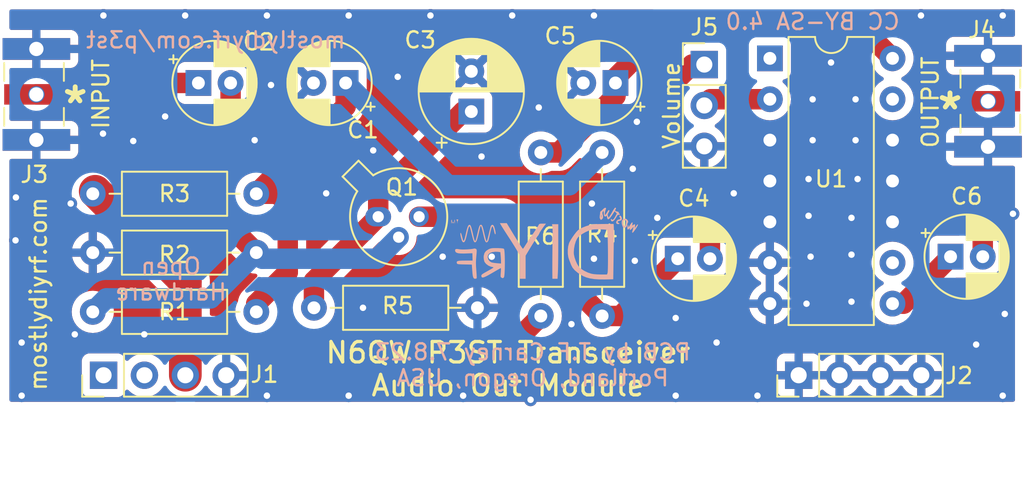
<source format=kicad_pcb>
(kicad_pcb (version 20211014) (generator pcbnew)
  (layers (0 "F.Cu" signal) (31 "B.Cu" signal) (34 "B.Paste" user) (35 "F.Paste" user) (36 "B.SilkS" user "B.Silkscreen") (37 "F.SilkS" user "F.Silkscreen") (38 "B.Mask" user) (39 "F.Mask" user) (44 "Edge.Cuts" user))
  (net 0 "")
  (net 1 "Net-(C1-Pad1)")
  (net 2 "Net-(C2-Pad1)")
  (net 3 "GND")
  (net 4 "Net-(C2-Pad2)")
  (net 5 "Net-(C3-Pad1)")
  (net 6 "12V_RX")
  (net 7 "Net-(C4-Pad1)")
  (net 8 "Net-(C4-Pad2)")
  (net 9 "Net-(C5-Pad1)")
  (net 10 "Net-(C6-Pad1)")
  (net 11 "Net-(C6-Pad2)")
  (net 14 "Net-(J5-Pad2)")
  (footprint "K7TFC:SMA_EdgeMount_0.062_Samtec_wHoles" (layer "F.Cu") (at 173.4566 81.7824 90)
    (fp_text reference "J4" (at 4.4394 -0.381 180) (layer "F.SilkS"))
    (fp_text value "Conn_01x02" hide)
    (pad "1" smd rect (at 0 0.2 90) (size 1.27 3.6) (layers "F.Cu" "F.Paste" "F.Mask") (net 11 "Net-(C6-Pad2)"))
    (pad "1" thru_hole circle (at 0 0 90) (size 1.016 1.016) (drill 0.889) (layers *.Cu *.Mask) (net 11 "Net-(C6-Pad2)"))
    (pad "2" smd rect (at -2.825 0 90) (size 1.35 4.2) (layers "B.Cu" "B.Paste" "B.Mask") (net 3 "GND"))
    (pad "2" thru_hole circle (at -2.825 0 90) (size 1.016 1.016) (drill 0.889) (layers *.Cu *.Mask) (net 3 "GND"))
    (pad "2" smd rect (at 2.825 0 90) (size 1.35 4.2) (layers "B.Cu" "B.Paste" "B.Mask") (net 3 "GND"))
    (pad "2" thru_hole circle (at 2.825 0 90) (size 1.016 1.016) (drill 0.889) (layers *.Cu *.Mask) (net 3 "GND"))
    (pad "2" smd rect (at -2.825 0 90) (size 1.35 4.2) (layers "F.Cu" "F.Paste" "F.Mask") (net 3 "GND"))
    (pad "2" smd rect (at 2.825 0 90) (size 1.35 4.2) (layers "F.Cu" "F.Paste" "F.Mask") (net 3 "GND"))
  )
  (footprint "K7TFC_Passives:Resistor_Quarter_Watt_P10.16mm_Horizontal" (layer "F.Cu") (at 127.9906 94.869 180)
    (fp_text reference "R1" (at 5.08 0 180) (layer "F.SilkS"))
    (fp_text value "100K")
    (pad "1" thru_hole circle (at 0 0 180) (size 1.6 1.6) (drill 0.8) (layers *.Cu *.Mask) (net 1 "Net-(C1-Pad1)"))
    (pad "2" thru_hole oval (at 10.16 0 180) (size 1.6 1.6) (drill 0.8) (layers *.Cu *.Mask) (net 4 "Net-(C2-Pad2)"))
  )
  (footprint "Capacitor_THT:CP_Radial_D5.0mm_P2.00mm" (layer "F.Cu") (at 154.178 91.567)
    (fp_text reference "C4" (at 1 -3.75) (layer "F.SilkS"))
    (fp_text value "22uF")
    (pad "1" thru_hole rect (at 0 0) (size 1.6 1.6) (drill 0.8) (layers *.Cu *.Mask) (net 7 "Net-(C4-Pad1)"))
    (pad "2" thru_hole circle (at 2 0) (size 1.6 1.6) (drill 0.8) (layers *.Cu *.Mask) (net 8 "Net-(C4-Pad2)"))
  )
  (footprint "K7TFC:SMA_EdgeMount_0.062_Samtec_wHoles" (layer "F.Cu") (at 114.3254 81.3562 -90)
    (fp_text reference "J3" (at 4.9784 0.127 180) (layer "F.SilkS"))
    (fp_text value "Conn_01x02" hide)
    (pad "1" smd rect (at 0 0.2 270) (size 1.27 3.6) (layers "F.Cu" "F.Paste" "F.Mask") (net 2 "Net-(C2-Pad1)"))
    (pad "1" thru_hole circle (at 0 0 270) (size 1.016 1.016) (drill 0.889) (layers *.Cu *.Mask) (net 2 "Net-(C2-Pad1)"))
    (pad "2" thru_hole circle (at 2.825 0 270) (size 1.016 1.016) (drill 0.889) (layers *.Cu *.Mask) (net 3 "GND"))
    (pad "2" smd rect (at 2.825 0 270) (size 1.35 4.2) (layers "B.Cu" "B.Paste" "B.Mask") (net 3 "GND"))
    (pad "2" thru_hole circle (at -2.825 0 270) (size 1.016 1.016) (drill 0.889) (layers *.Cu *.Mask) (net 3 "GND"))
    (pad "2" smd rect (at 2.825 0 270) (size 1.35 4.2) (layers "F.Cu" "F.Paste" "F.Mask") (net 3 "GND"))
    (pad "2" smd rect (at -2.825 0 270) (size 1.35 4.2) (layers "B.Cu" "B.Paste" "B.Mask") (net 3 "GND"))
    (pad "2" smd rect (at -2.825 0 270) (size 1.35 4.2) (layers "F.Cu" "F.Paste" "F.Mask") (net 3 "GND"))
  )
  (footprint "K7TFC_Passives:Resistor_Quarter_Watt_P10.16mm_Horizontal" (layer "F.Cu") (at 149.479 84.963 -90)
    (fp_text reference "R4" (at 5.08 0) (layer "F.SilkS"))
    (fp_text value "2.2K")
    (pad "1" thru_hole circle (at 0 0 270) (size 1.6 1.6) (drill 0.8) (layers *.Cu *.Mask) (net 1 "Net-(C1-Pad1)"))
    (pad "2" thru_hole oval (at 10.16 0 270) (size 1.6 1.6) (drill 0.8) (layers *.Cu *.Mask) (net 7 "Net-(C4-Pad1)"))
  )
  (footprint "K7TFC_Passives:Resistor_Quarter_Watt_P10.16mm_Horizontal" (layer "F.Cu") (at 131.572 94.615)
    (fp_text reference "R5" (at 5.207 -0.127) (layer "F.SilkS"))
    (fp_text value "1K")
    (pad "1" thru_hole circle (at 0 0) (size 1.6 1.6) (drill 0.8) (layers *.Cu *.Mask) (net 5 "Net-(C3-Pad1)"))
    (pad "2" thru_hole oval (at 10.16 0) (size 1.6 1.6) (drill 0.8) (layers *.Cu *.Mask) (net 3 "GND"))
  )
  (footprint "Package_TO_SOT_THT:TO-18-3" (layer "F.Cu") (at 135.566724 88.957724)
    (fp_text reference "Q1" (at 1.466276 -1.835724 180) (layer "F.SilkS"))
    (fp_text value "2N2222A")
    (pad "1" thru_hole oval (at 0 0) (size 1.6 1.2) (drill 0.7) (layers *.Cu *.Mask) (net 5 "Net-(C3-Pad1)"))
    (pad "2" thru_hole oval (at 1.27 1.27) (size 1.2 1.2) (drill 0.7) (layers *.Cu *.Mask) (net 4 "Net-(C2-Pad2)"))
    (pad "3" thru_hole oval (at 2.54 0) (size 1.2 1.2) (drill 0.7) (layers *.Cu *.Mask) (net 7 "Net-(C4-Pad1)"))
  )
  (footprint "Capacitor_THT:CP_Radial_D5.0mm_P2.00mm" (layer "F.Cu") (at 124.393888 80.645)
    (fp_text reference "C2" (at 3.749112 -2.54) (layer "F.SilkS"))
    (fp_text value "10uF")
    (pad "1" thru_hole rect (at 0 0) (size 1.6 1.6) (drill 0.8) (layers *.Cu *.Mask) (net 2 "Net-(C2-Pad1)"))
    (pad "2" thru_hole circle (at 2 0) (size 1.6 1.6) (drill 0.8) (layers *.Cu *.Mask) (net 4 "Net-(C2-Pad2)"))
  )
  (footprint "Capacitor_THT:CP_Radial_D5.0mm_P2.00mm" (layer "F.Cu") (at 133.543112 80.645 180)
    (fp_text reference "C1" (at -1.076888 -2.921) (layer "F.SilkS"))
    (fp_text value "100uF")
    (pad "1" thru_hole rect (at 0 0 180) (size 1.6 1.6) (drill 0.8) (layers *.Cu *.Mask) (net 1 "Net-(C1-Pad1)"))
    (pad "2" thru_hole circle (at 2 0 180) (size 1.6 1.6) (drill 0.8) (layers *.Cu *.Mask) (net 3 "GND"))
  )
  (footprint "Capacitor_THT:CP_Radial_D5.0mm_P2.00mm" (layer "F.Cu") (at 171.129888 91.44)
    (fp_text reference "C6" (at 1 -3.75) (layer "F.SilkS"))
    (fp_text value "220uF")
    (pad "1" thru_hole rect (at 0 0) (size 1.6 1.6) (drill 0.8) (layers *.Cu *.Mask) (net 10 "Net-(C6-Pad1)"))
    (pad "2" thru_hole circle (at 2 0) (size 1.6 1.6) (drill 0.8) (layers *.Cu *.Mask) (net 11 "Net-(C6-Pad2)"))
  )
  (footprint "Connector_PinHeader_2.54mm:PinHeader_1x04_P2.54mm_Vertical" (layer "F.Cu") (at 118.501 98.806 90)
    (fp_text reference "J1" (at 0.0508 9.9976 180) (layer "F.SilkS"))
    (fp_text value "Conn_01x04_Male")
    (pad "1" thru_hole rect (at 0 0 90) (size 1.7 1.7) (drill 1) (layers *.Cu *.Mask))
    (pad "2" thru_hole oval (at 0 2.54 90) (size 1.7 1.7) (drill 1) (layers *.Cu *.Mask))
    (pad "3" thru_hole oval (at 0 5.08 90) (size 1.7 1.7) (drill 1) (layers *.Cu *.Mask) (net 6 "12V_RX"))
    (pad "4" thru_hole oval (at 0 7.62 90) (size 1.7 1.7) (drill 1) (layers *.Cu *.Mask) (net 3 "GND"))
  )
  (footprint "K7TFC_Passives:Resistor_Quarter_Watt_P10.16mm_Horizontal" (layer "F.Cu") (at 145.669 95.123 90)
    (fp_text reference "R6" (at 4.953 0 180) (layer "F.SilkS"))
    (fp_text value "2.2")
    (pad "1" thru_hole circle (at 0 0 90) (size 1.6 1.6) (drill 0.8) (layers *.Cu *.Mask) (net 6 "12V_RX"))
    (pad "2" thru_hole oval (at 10.16 0 90) (size 1.6 1.6) (drill 0.8) (layers *.Cu *.Mask) (net 9 "Net-(C5-Pad1)"))
  )
  (footprint "Connector_PinHeader_2.54mm:PinHeader_1x04_P2.54mm_Vertical" (layer "F.Cu") (at 161.691 98.806 90)
    (fp_text reference "J2" (at -0.0254 9.9622 180) (layer "F.SilkS"))
    (fp_text value "Conn_01x04_Male")
    (pad "1" thru_hole rect (at 0 0 90) (size 1.7 1.7) (drill 1) (layers *.Cu *.Mask) (net 3 "GND"))
    (pad "2" thru_hole oval (at 0 2.54 90) (size 1.7 1.7) (drill 1) (layers *.Cu *.Mask) (net 3 "GND"))
    (pad "3" thru_hole oval (at 0 5.08 90) (size 1.7 1.7) (drill 1) (layers *.Cu *.Mask) (net 3 "GND"))
    (pad "4" thru_hole oval (at 0 7.62 90) (size 1.7 1.7) (drill 1) (layers *.Cu *.Mask) (net 3 "GND"))
  )
  (footprint "K7TFC_Passives:Resistor_Quarter_Watt_P10.16mm_Horizontal" (layer "F.Cu") (at 127.9906 91.186 180)
    (fp_text reference "R2" (at 5.08 -0.127 180) (layer "F.SilkS"))
    (fp_text value "47K")
    (pad "1" thru_hole circle (at 0 0 180) (size 1.6 1.6) (drill 0.8) (layers *.Cu *.Mask) (net 4 "Net-(C2-Pad2)"))
    (pad "2" thru_hole oval (at 10.16 0 180) (size 1.6 1.6) (drill 0.8) (layers *.Cu *.Mask) (net 3 "GND"))
  )
  (footprint "Capacitor_THT:CP_Radial_D6.3mm_P2.50mm" (layer "F.Cu") (at 141.351 82.423 90)
    (fp_text reference "C3" (at 4.445 -3.175) (layer "F.SilkS"))
    (fp_text value "470uF")
    (pad "1" thru_hole rect (at 0 0 90) (size 1.6 1.6) (drill 0.8) (layers *.Cu *.Mask) (net 5 "Net-(C3-Pad1)"))
    (pad "2" thru_hole circle (at 2.5 0 90) (size 1.6 1.6) (drill 0.8) (layers *.Cu *.Mask) (net 3 "GND"))
  )
  (footprint "Connector_PinHeader_2.54mm:PinHeader_1x03_P2.54mm_Vertical" (layer "F.Cu") (at 155.829 79.502)
    (fp_text reference "J5" (at 0 -2.33) (layer "F.SilkS"))
    (fp_text value "Conn_01x03")
    (pad "1" thru_hole rect (at 0 0) (size 1.7 1.7) (drill 1) (layers *.Cu *.Mask) (net 8 "Net-(C4-Pad2)"))
    (pad "2" thru_hole oval (at 0 2.54) (size 1.7 1.7) (drill 1) (layers *.Cu *.Mask) (net 14 "Net-(J5-Pad2)"))
    (pad "3" thru_hole oval (at 0 5.08) (size 1.7 1.7) (drill 1) (layers *.Cu *.Mask) (net 3 "GND"))
  )
  (footprint "Package_DIP:DIP-14_W7.62mm" (layer "F.Cu") (at 159.903 79.116)
    (fp_text reference "U1" (at 3.8 7.498) (layer "F.SilkS"))
    (fp_text value "LM380N-14")
    (pad "1" thru_hole rect (at 0 0) (size 1.6 1.6) (drill 0.8) (layers *.Cu *.Mask))
    (pad "2" thru_hole oval (at 0 2.54) (size 1.6 1.6) (drill 0.8) (layers *.Cu *.Mask) (net 14 "Net-(J5-Pad2)"))
    (pad "3" thru_hole oval (at 0 5.08) (size 1.6 1.6) (drill 0.8) (layers *.Cu *.Mask) (net 3 "GND"))
    (pad "4" thru_hole oval (at 0 7.62) (size 1.6 1.6) (drill 0.8) (layers *.Cu *.Mask) (net 3 "GND"))
    (pad "5" thru_hole oval (at 0 10.16) (size 1.6 1.6) (drill 0.8) (layers *.Cu *.Mask) (net 3 "GND"))
    (pad "6" thru_hole oval (at 0 12.7) (size 1.6 1.6) (drill 0.8) (layers *.Cu *.Mask) (net 3 "GND"))
    (pad "7" thru_hole oval (at 0 15.24) (size 1.6 1.6) (drill 0.8) (layers *.Cu *.Mask) (net 3 "GND"))
    (pad "8" thru_hole oval (at 7.62 15.24) (size 1.6 1.6) (drill 0.8) (layers *.Cu *.Mask) (net 10 "Net-(C6-Pad1)"))
    (pad "9" thru_hole oval (at 7.62 12.7) (size 1.6 1.6) (drill 0.8) (layers *.Cu *.Mask))
    (pad "10" thru_hole oval (at 7.62 10.16) (size 1.6 1.6) (drill 0.8) (layers *.Cu *.Mask) (net 3 "GND"))
    (pad "11" thru_hole oval (at 7.62 7.62) (size 1.6 1.6) (drill 0.8) (layers *.Cu *.Mask) (net 3 "GND"))
    (pad "12" thru_hole oval (at 7.62 5.08) (size 1.6 1.6) (drill 0.8) (layers *.Cu *.Mask) (net 3 "GND"))
    (pad "13" thru_hole oval (at 7.62 2.54) (size 1.6 1.6) (drill 0.8) (layers *.Cu *.Mask))
    (pad "14" thru_hole oval (at 7.62 0) (size 1.6 1.6) (drill 0.8) (layers *.Cu *.Mask) (net 9 "Net-(C5-Pad1)"))
  )
  (footprint "Capacitor_THT:CP_Radial_D5.0mm_P2.00mm" (layer "F.Cu") (at 150.307113 80.645 180)
    (fp_text reference "C5" (at 3.429 2.921) (layer "F.SilkS"))
    (fp_text value "220uF")
    (pad "1" thru_hole rect (at 0 0 180) (size 1.6 1.6) (drill 0.8) (layers *.Cu *.Mask) (net 9 "Net-(C5-Pad1)"))
    (pad "2" thru_hole circle (at 2 0 180) (size 1.6 1.6) (drill 0.8) (layers *.Cu *.Mask) (net 3 "GND"))
  )
  (footprint "K7TFC_Passives:Resistor_Quarter_Watt_P10.16mm_Horizontal" (layer "F.Cu") (at 117.8306 87.5284)
    (fp_text reference "R3" (at 5.08 0 180) (layer "F.SilkS"))
    (fp_text value "100")
    (pad "1" thru_hole circle (at 0 0) (size 1.6 1.6) (drill 0.8) (layers *.Cu *.Mask) (net 6 "12V_RX"))
    (pad "2" thru_hole oval (at 10.16 0) (size 1.6 1.6) (drill 0.8) (layers *.Cu *.Mask) (net 1 "Net-(C1-Pad1)"))
  )
  (footprint "Graphics:diyrf_12mm" (layer "B.Cu") (at 145.923 90.551 180)
    (fp_text reference "G***" hide)
    (fp_text value "LOGO" hide)
  )
  (gr_text "mostlydiyrf.com/p3st" (at 125.476 77.978) (layer "B.SilkS") (effects (font (size 1 1)) (justify mirror)))
  (gr_text "Open\nHardware" (at 122.682 92.837) (layer "B.SilkS") (effects (font (size 1 1)) (justify mirror)))
  (gr_text "PCB by T.F Carney 7.8.23\nPortland, Oregon, USA" (at 145.161 98.171) (layer "B.SilkS") (effects (font (size 1 1)) (justify mirror)))
  (gr_text "CC BY-SA 4.0" (at 162.56 76.835) (layer "B.SilkS") (effects (font (size 1 1)) (justify mirror)))
  (gr_text "INPUT" (at 118.3386 81.3308 90) (layer "F.SilkS") (effects (font (size 1 1))))
  (gr_text "*" (at 171.0944 82.3722) (layer "F.SilkS") (effects (font (size 2.032 2.032) (thickness 0.3048))))
  (gr_text "OUTPUT\n" (at 169.8752 81.8388 90) (layer "F.SilkS") (effects (font (size 1 1))))
  (gr_text "Volume" (at 153.797 82.042 90) (layer "F.SilkS") (effects (font (size 1 1))))
  (gr_text "N6QW P3ST Transceiver\nAudio Out Module" (at 143.637 98.425) (layer "F.SilkS") (effects (font (size 1.27 1.27) (thickness 0.2032))))
  (gr_text "*" (at 116.7384 81.9912) (layer "F.SilkS") (effects (font (size 2.032 2.032) (thickness 0.3048))))
  (gr_text "mostlydiyrf.com" (at 114.4524 93.7514 90) (layer "F.SilkS") (effects (font (size 1.016 1.016) (thickness 0.1524))))
  (segment (start 133.543112 82.102888) (end 129.413 86.233) (width 1.27) (layer "F.Cu") (net 1))
  (segment (start 129.413 86.233) (end 129.286 86.233) (width 1.27) (layer "F.Cu") (net 1))
  (segment (start 129.9464 88.1634) (end 129.9464 92.4052) (width 1.27) (layer "F.Cu") (net 1))
  (segment (start 129.3114 87.5284) (end 129.9464 88.1634) (width 1.27) (layer "F.Cu") (net 1))
  (segment (start 127.9906 94.361) (end 127.9906 94.869) (width 1.27) (layer "F.Cu") (net 1))
  (segment (start 129.286 86.233) (end 127.9906 87.5284) (width 1.27) (layer "F.Cu") (net 1))
  (segment (start 129.9464 92.4052) (end 127.9906 94.361) (width 1.27) (layer "F.Cu") (net 1))
  (segment (start 127.9906 87.5284) (end 129.3114 87.5284) (width 1.27) (layer "F.Cu") (net 1))
  (segment (start 133.543112 80.645) (end 133.543112 82.102888) (width 1.27) (layer "F.Cu") (net 1))
  (segment (start 147.447 86.995) (end 149.479 84.963) (width 1.27) (layer "B.Cu") (net 1))
  (segment (start 133.543112 80.645) (end 139.893112 86.995) (width 1.27) (layer "B.Cu") (net 1))
  (segment (start 139.893112 86.995) (end 147.447 86.995) (width 1.27) (layer "B.Cu") (net 1))
  (segment (start 120.4976 81.3562) (end 114.3254 81.3562) (width 1.27) (layer "F.Cu") (net 2))
  (segment (start 121.2088 80.645) (end 120.4976 81.3562) (width 1.27) (layer "F.Cu") (net 2))
  (segment (start 124.393888 80.645) (end 121.2088 80.645) (width 1.27) (layer "F.Cu") (net 2))
  (via (at 162.306 88.9) (size 0.8) (drill 0.4) (layers "F.Cu" "B.Cu") (net 3))
  (via (at 174.371 100.076) (size 0.8) (drill 0.4) (layers "F.Cu" "B.Cu") (net 3))
  (via (at 113.411 100.076) (size 0.8) (drill 0.4) (layers "F.Cu" "B.Cu") (net 3))
  (via (at 140.843 100.076) (size 0.8) (drill 0.4) (layers "F.Cu" "B.Cu") (net 3))
  (via (at 165.227 81.661) (size 0.8) (drill 0.4) (layers "F.Cu" "B.Cu") (net 3))
  (via (at 132.334 87.503) (size 0.8) (drill 0.4) (layers "F.Cu" "B.Cu") (net 3))
  (via (at 174.371 76.454) (size 0.8) (drill 0.4) (layers "F.Cu" "B.Cu") (net 3))
  (via (at 113.411 96.774) (size 0.8) (drill 0.4) (layers "F.Cu" "B.Cu") (net 3))
  (via (at 164.973 89.027) (size 0.8) (drill 0.4) (layers "F.Cu" "B.Cu") (net 3))
  (via (at 165.227 84.201) (size 0.8) (drill 0.4) (layers "F.Cu" "B.Cu") (net 3))
  (via (at 118.4656 83.7946) (size 0.8) (drill 0.4) (layers "F.Cu" "B.Cu") (net 3))
  (via (at 141.986 85.217) (size 0.8) (drill 0.4) (layers "F.Cu" "B.Cu") (net 3))
  (via (at 148.971 76.454) (size 0.8) (drill 0.4) (layers "F.Cu" "B.Cu") (net 3))
  (via (at 142.621 91.44) (size 0.8) (drill 0.4) (layers "F.Cu" "B.Cu") (net 3))
  (via (at 163.703 79.375) (size 0.8) (drill 0.4) (layers "F.Cu" "B.Cu") (net 3))
  (via (at 133.731 100.076) (size 0.8) (drill 0.4) (layers "F.Cu" "B.Cu") (net 3))
  (via (at 169.291 76.454) (size 0.8) (drill 0.4) (layers "F.Cu" "B.Cu") (net 3))
  (via (at 121.031 96.266) (size 0.8) (drill 0.4) (layers "F.Cu" "B.Cu") (net 3))
  (via (at 162.179 94.361) (size 0.8) (drill 0.4) (layers "F.Cu" "B.Cu") (net 3))
  (via (at 145.034 100.33) (size 0.8) (drill 0.4) (layers "F.Cu" "B.Cu") (net 3))
  (via (at 143.891 76.454) (size 0.8) (drill 0.4) (layers "F.Cu" "B.Cu") (net 3))
  (via (at 165.354 86.614) (size 0.8) (drill 0.4) (layers "F.Cu" "B.Cu") (net 3))
  (via (at 147.574 95.631) (size 0.8) (drill 0.4) (layers "F.Cu" "B.Cu") (net 3))
  (via (at 116.713 96.266) (size 0.8) (drill 0.4) (layers "F.Cu" "B.Cu") (net 3))
  (via (at 139.573 91.44) (size 0.8) (drill 0.4) (layers "F.Cu" "B.Cu") (net 3))
  (via (at 138.811 76.454) (size 0.8) (drill 0.4) (layers "F.Cu" "B.Cu") (net 3))
  (via (at 174.498 94.996) (size 0.8) (drill 0.4) (layers "F.Cu" "B.Cu") (net 3))
  (via (at 133.731 76.454) (size 0.8) (drill 0.4) (layers "F.Cu" "B.Cu") (net 3))
  (via (at 162.56 81.661) (size 0.8) (drill 0.4) (layers "F.Cu" "B.Cu") (net 3))
  (via (at 120.3452 84.2518) (size 0.8) (drill 0.4) (layers "F.Cu" "B.Cu") (net 3))
  (via (at 164.973 94.234) (size 0.8) (drill 0.4) (layers "F.Cu" "B.Cu") (net 3))
  (via (at 151.511 91.694) (size 0.8) (drill 0.4) (layers "F.Cu" "B.Cu") (net 3))
  (via (at 156.591 96.774) (size 0.8) (drill 0.4) (layers "F.Cu" "B.Cu") (net 3))
  (via (at 162.433 91.44) (size 0.8) (drill 0.4) (layers "F.Cu" "B.Cu") (net 3))
  (via (at 113.0554 87.757) (size 0.8) (drill 0.4) (layers "F.Cu" "B.Cu") (net 3))
  (via (at 148.971 91.567) (size 0.8) (drill 0.4) (layers "F.Cu" "B.Cu") (net 3))
  (via (at 128.651 100.076) (size 0.8) (drill 0.4) (layers "F.Cu" "B.Cu") (net 3))
  (via (at 123.571 76.454) (size 0.8) (drill 0.4) (layers "F.Cu" "B.Cu") (net 3))
  (via (at 136.779 80.264) (size 0.8) (drill 0.4) (layers "F.Cu" "B.Cu") (net 3))
  (via (at 113.03 90.424) (size 0.8) (drill 0.4) (layers "F.Cu" "B.Cu") (net 3))
  (via (at 151.384 85.979) (size 0.8) (drill 0.4) (layers "F.Cu" "B.Cu") (net 3))
  (via (at 151.638 83.058) (size 0.8) (drill 0.4) (layers "F.Cu" "B.Cu") (net 3))
  (via (at 159.131 100.076) (size 0.8) (drill 0.4) (layers "F.Cu" "B.Cu") (net 3))
  (via (at 127.889 84.201) (size 0.8) (drill 0.4) (layers "F.Cu" "B.Cu") (net 3))
  (via (at 162.56 84.201) (size 0.8) (drill 0.4) (layers "F.Cu" "B.Cu") (net 3))
  (via (at 128.651 76.454) (size 0.8) (drill 0.4) (layers "F.Cu" "B.Cu") (net 3))
  (via (at 164.973 91.313) (size 0.8) (drill 0.4) (layers "F.Cu" "B.Cu") (net 3))
  (via (at 148.844 88.138) (size 0.8) (drill 0.4) (layers "F.Cu" "B.Cu") (net 3))
  (via (at 118.491 76.454) (size 0.8) (drill 0.4) (layers "F.Cu" "B.Cu") (net 3))
  (via (at 162.306 86.614) (size 0.8) (drill 0.4) (layers "F.Cu" "B.Cu") (net 3))
  (via (at 172.72 96.901) (size 0.8) (drill 0.4) (layers "F.Cu" "B.Cu") (net 3))
  (via (at 157.6578 87.503) (size 0.8) (drill 0.4) (layers "F.Cu" "B.Cu") (net 3))
  (via (at 134.62 94.615) (size 0.8) (drill 0.4) (layers "F.Cu" "B.Cu") (net 3))
  (via (at 135.255 84.836) (size 0.8) (drill 0.4) (layers "F.Cu" "B.Cu") (net 3))
  (via (at 154.051 95.25) (size 0.8) (drill 0.4) (layers "F.Cu" "B.Cu") (net 3))
  (via (at 145.542 82.169) (size 0.8) (drill 0.4) (layers "F.Cu" "B.Cu") (net 3))
  (via (at 175.006 88.773) (size 0.8) (drill 0.4) (layers "F.Cu" "B.Cu") (net 3))
  (via (at 116.459 88.138) (size 0.8) (drill 0.4) (layers "F.Cu" "B.Cu") (net 3))
  (via (at 128.905 80.772) (size 0.8) (drill 0.4) (layers "F.Cu" "B.Cu") (net 3))
  (via (at 122.3264 82.7278) (size 0.8) (drill 0.4) (layers "F.Cu" "B.Cu") (net 3))
  (via (at 154.051 100.076) (size 0.8) (drill 0.4) (layers "F.Cu" "B.Cu") (net 3))
  (via (at 152.908 89.027) (size 0.8) (drill 0.4) (layers "F.Cu" "B.Cu") (net 3))
  (segment (start 125.349 88.6968) (end 125.5014 88.6968) (width 1.27) (layer "F.Cu") (net 4))
  (segment (start 126.393888 81.915) (end 125.349 82.959888) (width 1.27) (layer "F.Cu") (net 4))
  (segment (start 126.393888 80.645) (end 126.393888 81.915) (width 1.27) (layer "F.Cu") (net 4))
  (segment (start 125.349 82.959888) (end 125.349 88.6968) (width 1.27) (layer "F.Cu") (net 4))
  (segment (start 125.5014 88.6968) (end 127.9906 91.186) (width 1.27) (layer "F.Cu") (net 4))
  (segment (start 125.1458 94.0308) (end 127.9906 91.186) (width 1.27) (layer "B.Cu") (net 4))
  (segment (start 117.8306 94.869) (end 118.6688 94.0308) (width 1.27) (layer "B.Cu") (net 4))
  (segment (start 128.3716 91.567) (end 127.9906 91.186) (width 1.27) (layer "B.Cu") (net 4))
  (segment (start 136.836724 90.227724) (end 135.497448 91.567) (width 1.27) (layer "B.Cu") (net 4))
  (segment (start 135.497448 91.567) (end 128.3716 91.567) (width 1.27) (layer "B.Cu") (net 4))
  (segment (start 118.6688 94.0308) (end 125.1458 94.0308) (width 1.27) (layer "B.Cu") (net 4))
  (segment (start 141.351 82.423) (end 140.843 82.423) (width 1.27) (layer "F.Cu") (net 5))
  (segment (start 140.843 82.423) (end 135.566724 87.699276) (width 1.27) (layer "F.Cu") (net 5))
  (segment (start 131.572 92.952448) (end 135.566724 88.957724) (width 1.27) (layer "F.Cu") (net 5))
  (segment (start 135.566724 87.699276) (end 135.566724 88.957724) (width 1.27) (layer "F.Cu") (net 5))
  (segment (start 131.572 94.615) (end 131.572 92.952448) (width 1.27) (layer "F.Cu") (net 5))
  (segment (start 127.0508 96.901) (end 126.4158 96.266) (width 1.27) (layer "F.Cu") (net 6))
  (segment (start 123.581 96.403) (end 123.581 98.806) (width 2.032) (layer "F.Cu") (net 6))
  (segment (start 123.581 92.97463) (end 117.982685 87.376315) (width 2.032) (layer "F.Cu") (net 6))
  (segment (start 123.718 96.266) (end 123.581 96.403) (width 1.27) (layer "F.Cu") (net 6))
  (segment (start 145.669 95.123) (end 143.891 96.901) (width 1.27) (layer "F.Cu") (net 6))
  (segment (start 123.581 92.97463) (end 123.581 96.403) (width 2.032) (layer "F.Cu") (net 6))
  (segment (start 126.4158 96.266) (end 123.718 96.266) (width 1.27) (layer "F.Cu") (net 6))
  (segment (start 143.891 96.901) (end 127.0508 96.901) (width 1.27) (layer "F.Cu") (net 6))
  (segment (start 150.622 95.123) (end 154.178 91.567) (width 1.27) (layer "F.Cu") (net 7))
  (segment (start 149.479 95.123) (end 150.622 95.123) (width 1.27) (layer "F.Cu") (net 7))
  (segment (start 138.106724 88.957724) (end 143.313724 88.957724) (width 1.27) (layer "F.Cu") (net 7))
  (segment (start 143.313724 88.957724) (end 149.479 95.123) (width 1.27) (layer "F.Cu") (net 7))
  (segment (start 156.178 89.186) (end 156.178 91.567) (width 1.27) (layer "F.Cu") (net 8))
  (segment (start 153.416 86.36) (end 156.21 89.154) (width 1.27) (layer "F.Cu") (net 8))
  (segment (start 156.21 89.154) (end 156.178 89.186) (width 1.27) (layer "F.Cu") (net 8))
  (segment (start 155.067 79.502) (end 153.416 81.153) (width 1.27) (layer "F.Cu") (net 8))
  (segment (start 155.829 79.502) (end 155.067 79.502) (width 1.27) (layer "F.Cu") (net 8))
  (segment (start 153.416 81.153) (end 153.416 86.36) (width 1.27) (layer "F.Cu") (net 8))
  (segment (start 150.307113 80.324887) (end 153.797 76.835) (width 1.27) (layer "F.Cu") (net 9))
  (segment (start 150.307113 81.456257) (end 150.307113 80.645) (width 1.27) (layer "F.Cu") (net 9))
  (segment (start 146.80037 84.963) (end 150.307113 81.456257) (width 1.27) (layer "F.Cu") (net 9))
  (segment (start 153.797 76.835) (end 165.242 76.835) (width 1.27) (layer "F.Cu") (net 9))
  (segment (start 150.307113 80.645) (end 150.307113 80.324887) (width 1.27) (layer "F.Cu") (net 9))
  (segment (start 145.669 84.963) (end 146.80037 84.963) (width 1.27) (layer "F.Cu") (net 9))
  (segment (start 165.242 76.835) (end 167.523 79.116) (width 1.27) (layer "F.Cu") (net 9))
  (segment (start 168.213888 94.356) (end 171.129888 91.44) (width 1.27) (layer "F.Cu") (net 10))
  (segment (start 167.523 94.356) (end 168.213888 94.356) (width 1.27) (layer "F.Cu") (net 10))
  (segment (start 170.9476 81.7824) (end 173.4566 81.7824) (width 1.27) (layer "F.Cu") (net 11))
  (segment (start 173.129888 89.690888) (end 169.8244 86.3854) (width 1.27) (layer "F.Cu") (net 11))
  (segment (start 173.129888 91.44) (end 173.129888 89.690888) (width 1.27) (layer "F.Cu") (net 11))
  (segment (start 169.8244 82.8294) (end 170.7896 81.8642) (width 1.27) (layer "F.Cu") (net 11))
  (segment (start 170.8658 81.8642) (end 170.9476 81.7824) (width 1.27) (layer "F.Cu") (net 11))
  (segment (start 170.7896 81.8642) (end 170.8658 81.8642) (width 1.27) (layer "F.Cu") (net 11))
  (segment (start 169.8244 86.3854) (end 169.8244 82.8294) (width 1.27) (layer "F.Cu") (net 11))
  (segment (start 156.215 81.656) (end 155.829 82.042) (width 1.27) (layer "F.Cu") (net 14))
  (segment (start 159.903 81.656) (end 156.215 81.656) (width 1.27) (layer "F.Cu") (net 14))
  (zone (net 3) (net_name "GND") (layers F&B.Cu) (connect_pads (clearance 0.508)) (min_thickness 0.254) (fill yes (thermal_gap 0.508) (thermal_bridge_width 0.508))
    (polygon (pts (xy 175.514 100.838) (xy 112.268 100.838) (xy 112.268 75.692) (xy 175.514 75.692)))
  )
)
</source>
